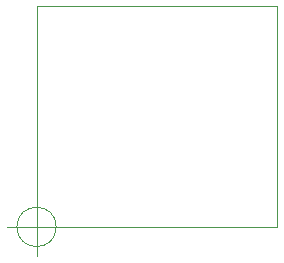
<source format=gbr>
G04 #@! TF.GenerationSoftware,KiCad,Pcbnew,(5.1.5)-3*
G04 #@! TF.CreationDate,2020-03-24T20:07:28-04:00*
G04 #@! TF.ProjectId,ADS1100,41445331-3130-4302-9e6b-696361645f70,rev?*
G04 #@! TF.SameCoordinates,Original*
G04 #@! TF.FileFunction,Profile,NP*
%FSLAX46Y46*%
G04 Gerber Fmt 4.6, Leading zero omitted, Abs format (unit mm)*
G04 Created by KiCad (PCBNEW (5.1.5)-3) date 2020-03-24 20:07:28*
%MOMM*%
%LPD*%
G04 APERTURE LIST*
%ADD10C,0.050000*%
%ADD11C,0.100000*%
G04 APERTURE END LIST*
D10*
X209819666Y-59563000D02*
G75*
G03X209819666Y-59563000I-1666666J0D01*
G01*
X205653000Y-59563000D02*
X210653000Y-59563000D01*
X208153000Y-57063000D02*
X208153000Y-62063000D01*
D11*
X228473000Y-40894000D02*
X228473000Y-59563000D01*
X208153000Y-40894000D02*
X228473000Y-40894000D01*
X208153000Y-59563000D02*
X208153000Y-40894000D01*
X228473000Y-59563000D02*
X208153000Y-59563000D01*
M02*

</source>
